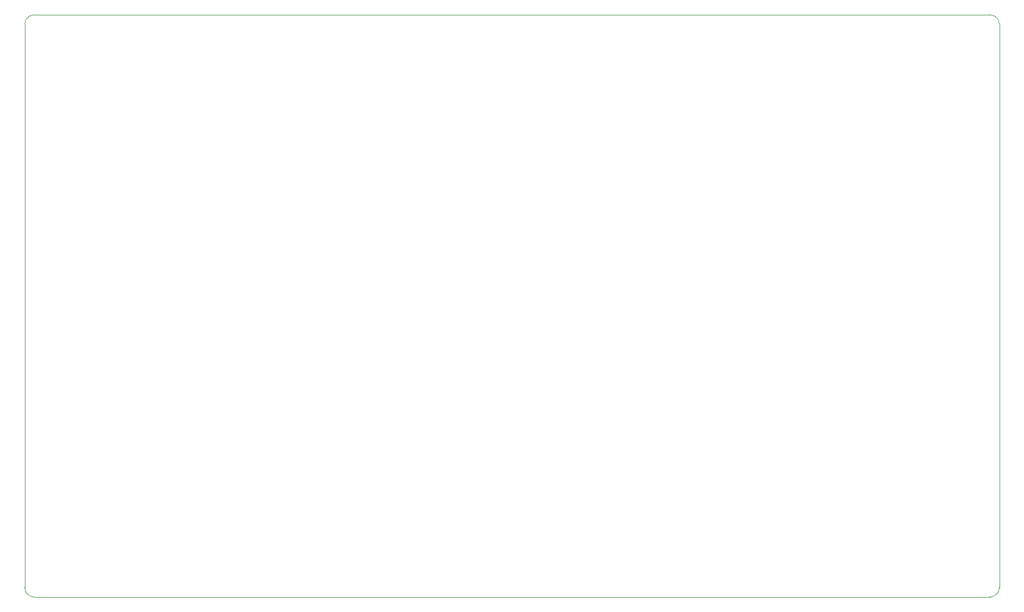
<source format=gbr>
%TF.GenerationSoftware,KiCad,Pcbnew,(5.1.12)-1*%
%TF.CreationDate,2022-02-09T20:28:49-06:00*%
%TF.ProjectId,gd blackplane proto pcb,67642062-6c61-4636-9b70-6c616e652070,rev?*%
%TF.SameCoordinates,Original*%
%TF.FileFunction,Profile,NP*%
%FSLAX46Y46*%
G04 Gerber Fmt 4.6, Leading zero omitted, Abs format (unit mm)*
G04 Created by KiCad (PCBNEW (5.1.12)-1) date 2022-02-09 20:28:49*
%MOMM*%
%LPD*%
G01*
G04 APERTURE LIST*
%TA.AperFunction,Profile*%
%ADD10C,0.100000*%
%TD*%
G04 APERTURE END LIST*
D10*
X109550200Y-118364000D02*
G75*
G02*
X108026200Y-116840000I0J1524000D01*
G01*
X263474200Y-116840000D02*
G75*
G02*
X261950200Y-118364000I-1524000J0D01*
G01*
X261950200Y-25400000D02*
G75*
G02*
X263474200Y-26924000I0J-1524000D01*
G01*
X108026200Y-26924000D02*
G75*
G02*
X109550200Y-25400000I1524000J0D01*
G01*
X108026200Y-116840000D02*
X108026200Y-26924000D01*
X261950200Y-118364000D02*
X109550200Y-118364000D01*
X263474200Y-26924000D02*
X263474200Y-116840000D01*
X109550200Y-25400000D02*
X261950200Y-25400000D01*
M02*

</source>
